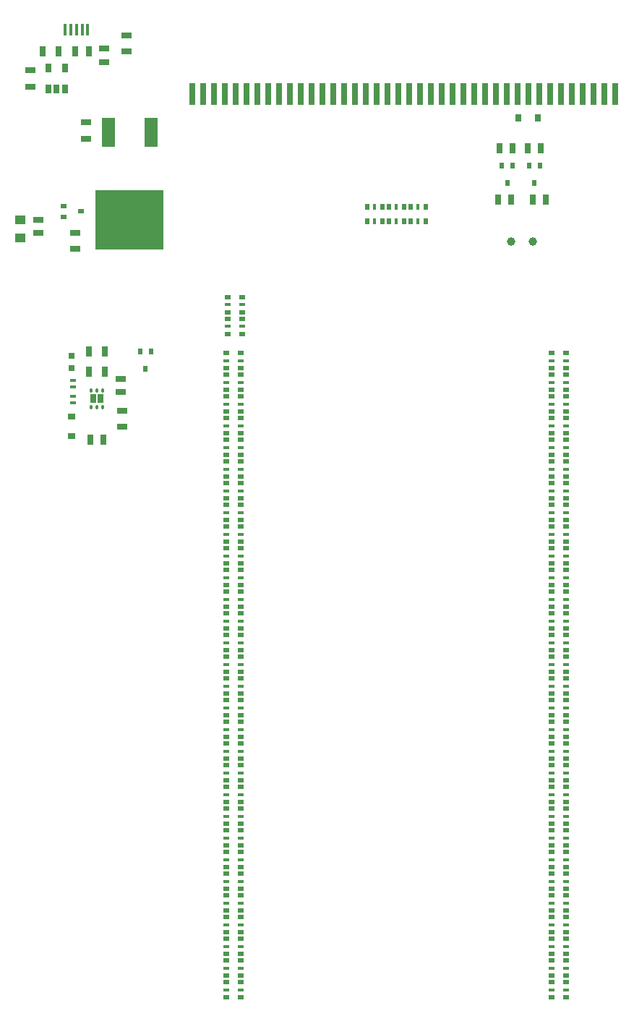
<source format=gtp>
G04*
G04 #@! TF.GenerationSoftware,Altium Limited,Altium Designer,21.7.2 (23)*
G04*
G04 Layer_Color=8421504*
%FSLAX44Y44*%
%MOMM*%
G71*
G04*
G04 #@! TF.SameCoordinates,2D43C529-5F5C-4530-9EA0-3B9ACAEA384B*
G04*
G04*
G04 #@! TF.FilePolarity,Positive*
G04*
G01*
G75*
G04:AMPARAMS|DCode=15|XSize=1mm|YSize=0.7mm|CornerRadius=0.049mm|HoleSize=0mm|Usage=FLASHONLY|Rotation=90.000|XOffset=0mm|YOffset=0mm|HoleType=Round|Shape=RoundedRectangle|*
%AMROUNDEDRECTD15*
21,1,1.0000,0.6020,0,0,90.0*
21,1,0.9020,0.7000,0,0,90.0*
1,1,0.0980,0.3010,0.4510*
1,1,0.0980,0.3010,-0.4510*
1,1,0.0980,-0.3010,-0.4510*
1,1,0.0980,-0.3010,0.4510*
%
%ADD15ROUNDEDRECTD15*%
%ADD16R,0.4000X1.3500*%
%ADD17R,0.8000X2.5000*%
%ADD18R,0.5000X0.7000*%
%ADD19R,0.8000X0.9000*%
%ADD20R,0.7000X1.3000*%
%ADD21R,0.8000X0.5000*%
%ADD22R,0.8000X0.3000*%
%ADD23C,1.0000*%
%ADD24R,0.9000X0.8000*%
%ADD25R,0.8000X1.2500*%
%ADD26R,1.3000X0.7000*%
G04:AMPARAMS|DCode=27|XSize=0.3mm|YSize=0.45mm|CornerRadius=0.0495mm|HoleSize=0mm|Usage=FLASHONLY|Rotation=180.000|XOffset=0mm|YOffset=0mm|HoleType=Round|Shape=RoundedRectangle|*
%AMROUNDEDRECTD27*
21,1,0.3000,0.3510,0,0,180.0*
21,1,0.2010,0.4500,0,0,180.0*
1,1,0.0990,-0.1005,0.1755*
1,1,0.0990,0.1005,0.1755*
1,1,0.0990,0.1005,-0.1755*
1,1,0.0990,-0.1005,-0.1755*
%
%ADD27ROUNDEDRECTD27*%
%ADD28R,0.7000X0.7500*%
%ADD29R,0.7000X0.4000*%
%ADD30R,1.2500X0.8000*%
%ADD31R,0.5000X0.8000*%
%ADD32R,0.3000X0.8000*%
%ADD33R,0.7000X0.5000*%
%ADD34R,1.2000X1.1000*%
%ADD35R,1.6000X3.5000*%
%ADD36R,8.0000X7.0000*%
%ADD37R,0.7000X1.0000*%
D15*
X114882Y761794D02*
D03*
X123882D02*
D03*
D16*
X108400Y1193800D02*
D03*
X101900D02*
D03*
X95400D02*
D03*
X88900D02*
D03*
X82400D02*
D03*
D17*
X726440Y1118870D02*
D03*
X713740D02*
D03*
X701040D02*
D03*
X688340D02*
D03*
X675640D02*
D03*
X662940D02*
D03*
X650240D02*
D03*
X637540D02*
D03*
X624840D02*
D03*
X612140D02*
D03*
X599440D02*
D03*
X586740D02*
D03*
X574040D02*
D03*
X561340D02*
D03*
X548640D02*
D03*
X535940D02*
D03*
X523240D02*
D03*
X510540D02*
D03*
X497840D02*
D03*
X485140D02*
D03*
X472440D02*
D03*
X459740D02*
D03*
X447040D02*
D03*
X434340D02*
D03*
X421640D02*
D03*
X408940D02*
D03*
X396240D02*
D03*
X383540D02*
D03*
X370840D02*
D03*
X358140D02*
D03*
X345440D02*
D03*
X332740D02*
D03*
X320040D02*
D03*
X307340D02*
D03*
X294640D02*
D03*
X281940D02*
D03*
X269240D02*
D03*
X256540D02*
D03*
X243840D02*
D03*
X231140D02*
D03*
D18*
X176316Y797282D02*
D03*
X182666Y817602D02*
D03*
X169966D02*
D03*
X625348Y1035050D02*
D03*
X638048D02*
D03*
X631698Y1014730D02*
D03*
X593598Y1034542D02*
D03*
X606298D02*
D03*
X599948Y1014222D02*
D03*
D19*
X612448Y1090676D02*
D03*
X635448D02*
D03*
D20*
X623948Y1054732D02*
D03*
X639448D02*
D03*
X590928Y1054862D02*
D03*
X606428D02*
D03*
X629790Y994664D02*
D03*
X645290D02*
D03*
X604650D02*
D03*
X589150D02*
D03*
X127132Y713850D02*
D03*
X111632D02*
D03*
X94104Y1168908D02*
D03*
X109604D02*
D03*
D21*
X668900Y78850D02*
D03*
Y60850D02*
D03*
X651900D02*
D03*
Y78850D02*
D03*
X668900Y815450D02*
D03*
Y797450D02*
D03*
X651900D02*
D03*
Y815450D02*
D03*
X289424Y880850D02*
D03*
Y862850D02*
D03*
X272424D02*
D03*
Y880850D02*
D03*
X289424Y855450D02*
D03*
Y837450D02*
D03*
X272424D02*
D03*
Y855450D02*
D03*
X287900Y815450D02*
D03*
Y797450D02*
D03*
X270900D02*
D03*
Y815450D02*
D03*
X287900Y78850D02*
D03*
Y60850D02*
D03*
X270900D02*
D03*
Y78850D02*
D03*
X651900Y459850D02*
D03*
Y441850D02*
D03*
X668900D02*
D03*
Y459850D02*
D03*
X651900Y485250D02*
D03*
Y467250D02*
D03*
X668900D02*
D03*
Y485250D02*
D03*
X651900Y510650D02*
D03*
Y492650D02*
D03*
X668900D02*
D03*
Y510650D02*
D03*
X651900Y536050D02*
D03*
Y518050D02*
D03*
X668900D02*
D03*
Y536050D02*
D03*
X651900Y561450D02*
D03*
Y543450D02*
D03*
X668900D02*
D03*
Y561450D02*
D03*
X651900Y586850D02*
D03*
Y568850D02*
D03*
X668900D02*
D03*
Y586850D02*
D03*
X651900Y612250D02*
D03*
Y594250D02*
D03*
X668900D02*
D03*
Y612250D02*
D03*
X651900Y637650D02*
D03*
Y619650D02*
D03*
X668900D02*
D03*
Y637650D02*
D03*
X651900Y663050D02*
D03*
Y645050D02*
D03*
X668900D02*
D03*
Y663050D02*
D03*
X651900Y688450D02*
D03*
Y670450D02*
D03*
X668900D02*
D03*
Y688450D02*
D03*
X651900Y713850D02*
D03*
Y695850D02*
D03*
X668900D02*
D03*
Y713850D02*
D03*
X651900Y739250D02*
D03*
Y721250D02*
D03*
X668900D02*
D03*
Y739250D02*
D03*
X651900Y764650D02*
D03*
Y746650D02*
D03*
X668900D02*
D03*
Y764650D02*
D03*
X651900Y790050D02*
D03*
Y772050D02*
D03*
X668900D02*
D03*
Y790050D02*
D03*
X651900Y434450D02*
D03*
Y416450D02*
D03*
X668900D02*
D03*
Y434450D02*
D03*
X651900Y409050D02*
D03*
Y391050D02*
D03*
X668900D02*
D03*
Y409050D02*
D03*
X651900Y383650D02*
D03*
Y365650D02*
D03*
X668900D02*
D03*
Y383650D02*
D03*
X651900Y358250D02*
D03*
Y340250D02*
D03*
X668900D02*
D03*
Y358250D02*
D03*
X651900Y332850D02*
D03*
Y314850D02*
D03*
X668900D02*
D03*
Y332850D02*
D03*
X651900Y307450D02*
D03*
Y289450D02*
D03*
X668900D02*
D03*
Y307450D02*
D03*
X651900Y282050D02*
D03*
Y264050D02*
D03*
X668900D02*
D03*
Y282050D02*
D03*
X651900Y256650D02*
D03*
Y238650D02*
D03*
X668900D02*
D03*
Y256650D02*
D03*
X651900Y231250D02*
D03*
Y213250D02*
D03*
X668900D02*
D03*
Y231250D02*
D03*
X651900Y205850D02*
D03*
Y187850D02*
D03*
X668900D02*
D03*
Y205850D02*
D03*
X651900Y180450D02*
D03*
Y162450D02*
D03*
X668900D02*
D03*
Y180450D02*
D03*
X651900Y155050D02*
D03*
Y137050D02*
D03*
X668900D02*
D03*
Y155050D02*
D03*
X651900Y129650D02*
D03*
Y111650D02*
D03*
X668900D02*
D03*
Y129650D02*
D03*
X651900Y104250D02*
D03*
Y86250D02*
D03*
X668900D02*
D03*
Y104250D02*
D03*
X270900Y434450D02*
D03*
Y416450D02*
D03*
X287900D02*
D03*
Y434450D02*
D03*
X270900Y409050D02*
D03*
Y391050D02*
D03*
X287900D02*
D03*
Y409050D02*
D03*
X270900Y383650D02*
D03*
Y365650D02*
D03*
X287900D02*
D03*
Y383650D02*
D03*
X270900Y358250D02*
D03*
Y340250D02*
D03*
X287900D02*
D03*
Y358250D02*
D03*
X270900Y332850D02*
D03*
Y314850D02*
D03*
X287900D02*
D03*
Y332850D02*
D03*
X270900Y307450D02*
D03*
Y289450D02*
D03*
X287900D02*
D03*
Y307450D02*
D03*
X270900Y282050D02*
D03*
Y264050D02*
D03*
X287900D02*
D03*
Y282050D02*
D03*
X270900Y256650D02*
D03*
Y238650D02*
D03*
X287900D02*
D03*
Y256650D02*
D03*
X270900Y231250D02*
D03*
Y213250D02*
D03*
X287900D02*
D03*
Y231250D02*
D03*
X270900Y205850D02*
D03*
Y187850D02*
D03*
X287900D02*
D03*
Y205850D02*
D03*
X270900Y180450D02*
D03*
Y162450D02*
D03*
X287900D02*
D03*
Y180450D02*
D03*
X270900Y155050D02*
D03*
Y137050D02*
D03*
X287900D02*
D03*
Y155050D02*
D03*
X270900Y129650D02*
D03*
Y111650D02*
D03*
X287900D02*
D03*
Y129650D02*
D03*
X270900Y104250D02*
D03*
Y86250D02*
D03*
X287900D02*
D03*
Y104250D02*
D03*
X270900Y459850D02*
D03*
Y441850D02*
D03*
X287900D02*
D03*
Y459850D02*
D03*
X270900Y485250D02*
D03*
Y467250D02*
D03*
X287900D02*
D03*
Y485250D02*
D03*
X270900Y510650D02*
D03*
Y492650D02*
D03*
X287900D02*
D03*
Y510650D02*
D03*
X270900Y536050D02*
D03*
Y518050D02*
D03*
X287900D02*
D03*
Y536050D02*
D03*
X270900Y561450D02*
D03*
Y543450D02*
D03*
X287900D02*
D03*
Y561450D02*
D03*
X270900Y586850D02*
D03*
Y568850D02*
D03*
X287900D02*
D03*
Y586850D02*
D03*
X270900Y612250D02*
D03*
Y594250D02*
D03*
X287900D02*
D03*
Y612250D02*
D03*
X270900Y637650D02*
D03*
Y619650D02*
D03*
X287900D02*
D03*
Y637650D02*
D03*
X270900Y663050D02*
D03*
Y645050D02*
D03*
X287900D02*
D03*
Y663050D02*
D03*
X270900Y688450D02*
D03*
Y670450D02*
D03*
X287900D02*
D03*
Y688450D02*
D03*
X270900Y713850D02*
D03*
Y695850D02*
D03*
X287900D02*
D03*
Y713850D02*
D03*
X270900Y739250D02*
D03*
Y721250D02*
D03*
X287900D02*
D03*
Y739250D02*
D03*
X270900Y764650D02*
D03*
Y746650D02*
D03*
X287900D02*
D03*
Y764650D02*
D03*
X270900Y790050D02*
D03*
Y772050D02*
D03*
X287900D02*
D03*
Y790050D02*
D03*
D22*
X668900Y69850D02*
D03*
X651900D02*
D03*
X668900Y806450D02*
D03*
X651900D02*
D03*
X289424Y871850D02*
D03*
X272424D02*
D03*
X289424Y846450D02*
D03*
X272424D02*
D03*
X287900Y806450D02*
D03*
X270900D02*
D03*
X287900Y69850D02*
D03*
X270900D02*
D03*
X651900Y450850D02*
D03*
X668900D02*
D03*
X651900Y476250D02*
D03*
X668900D02*
D03*
X651900Y501650D02*
D03*
X668900D02*
D03*
X651900Y527050D02*
D03*
X668900D02*
D03*
X651900Y552450D02*
D03*
X668900D02*
D03*
X651900Y577850D02*
D03*
X668900D02*
D03*
X651900Y603250D02*
D03*
X668900D02*
D03*
X651900Y628650D02*
D03*
X668900D02*
D03*
X651900Y654050D02*
D03*
X668900D02*
D03*
X651900Y679450D02*
D03*
X668900D02*
D03*
X651900Y704850D02*
D03*
X668900D02*
D03*
X651900Y730250D02*
D03*
X668900D02*
D03*
X651900Y755650D02*
D03*
X668900D02*
D03*
X651900Y781050D02*
D03*
X668900D02*
D03*
X651900Y425450D02*
D03*
X668900D02*
D03*
X651900Y400050D02*
D03*
X668900D02*
D03*
X651900Y374650D02*
D03*
X668900D02*
D03*
X651900Y349250D02*
D03*
X668900D02*
D03*
X651900Y323850D02*
D03*
X668900D02*
D03*
X651900Y298450D02*
D03*
X668900D02*
D03*
X651900Y273050D02*
D03*
X668900D02*
D03*
X651900Y247650D02*
D03*
X668900D02*
D03*
X651900Y222250D02*
D03*
X668900D02*
D03*
X651900Y196850D02*
D03*
X668900D02*
D03*
X651900Y171450D02*
D03*
X668900D02*
D03*
X651900Y146050D02*
D03*
X668900D02*
D03*
X651900Y120650D02*
D03*
X668900D02*
D03*
X651900Y95250D02*
D03*
X668900D02*
D03*
X270900Y425450D02*
D03*
X287900D02*
D03*
X270900Y400050D02*
D03*
X287900D02*
D03*
X270900Y374650D02*
D03*
X287900D02*
D03*
X270900Y349250D02*
D03*
X287900D02*
D03*
X270900Y323850D02*
D03*
X287900D02*
D03*
X270900Y298450D02*
D03*
X287900D02*
D03*
X270900Y273050D02*
D03*
X287900D02*
D03*
X270900Y247650D02*
D03*
X287900D02*
D03*
X270900Y222250D02*
D03*
X287900D02*
D03*
X270900Y196850D02*
D03*
X287900D02*
D03*
X270900Y171450D02*
D03*
X287900D02*
D03*
X270900Y146050D02*
D03*
X287900D02*
D03*
X270900Y120650D02*
D03*
X287900D02*
D03*
X270900Y95250D02*
D03*
X287900D02*
D03*
X270900Y450850D02*
D03*
X287900D02*
D03*
X270900Y476250D02*
D03*
X287900D02*
D03*
X270900Y501650D02*
D03*
X287900D02*
D03*
X270900Y527050D02*
D03*
X287900D02*
D03*
X270900Y552450D02*
D03*
X287900D02*
D03*
X270900Y577850D02*
D03*
X287900D02*
D03*
X270900Y603250D02*
D03*
X287900D02*
D03*
X270900Y628650D02*
D03*
X287900D02*
D03*
X270900Y654050D02*
D03*
X287900D02*
D03*
X270900Y679450D02*
D03*
X287900D02*
D03*
X270900Y704850D02*
D03*
X287900D02*
D03*
X270900Y730250D02*
D03*
X287900D02*
D03*
X270900Y755650D02*
D03*
X287900D02*
D03*
X270900Y781050D02*
D03*
X287900D02*
D03*
D23*
X629790Y945642D02*
D03*
X604650D02*
D03*
D24*
X89916Y718012D02*
D03*
Y741012D02*
D03*
D25*
X109882Y817442D02*
D03*
X128882D02*
D03*
X109882Y793892D02*
D03*
X128882D02*
D03*
X74524Y1168908D02*
D03*
X55524D02*
D03*
D26*
X147574Y769490D02*
D03*
Y784990D02*
D03*
X50800Y956180D02*
D03*
Y971680D02*
D03*
X127508Y1171578D02*
D03*
Y1156078D02*
D03*
D27*
X112882Y752044D02*
D03*
X119382D02*
D03*
X125882D02*
D03*
Y771544D02*
D03*
X119382D02*
D03*
X112882D02*
D03*
D28*
X89916Y797678D02*
D03*
Y812178D02*
D03*
D29*
X91062Y783080D02*
D03*
Y776080D02*
D03*
X91527Y757395D02*
D03*
Y764395D02*
D03*
D30*
X148635Y728864D02*
D03*
Y747864D02*
D03*
X93472Y956158D02*
D03*
Y937158D02*
D03*
X106934Y1085292D02*
D03*
Y1066292D02*
D03*
X41402Y1127404D02*
D03*
Y1146404D02*
D03*
X153670Y1168552D02*
D03*
Y1187552D02*
D03*
D31*
X486300Y986400D02*
D03*
X504300D02*
D03*
Y969400D02*
D03*
X486300D02*
D03*
X460900Y986400D02*
D03*
X478900D02*
D03*
Y969400D02*
D03*
X460900D02*
D03*
X435500Y986400D02*
D03*
X453500D02*
D03*
Y969400D02*
D03*
X435500D02*
D03*
D32*
X495300Y986400D02*
D03*
Y969400D02*
D03*
X469900Y986400D02*
D03*
Y969400D02*
D03*
X444500Y986400D02*
D03*
Y969400D02*
D03*
D33*
X80518Y974852D02*
D03*
Y987552D02*
D03*
X100838Y981202D02*
D03*
D34*
X29464Y970874D02*
D03*
Y949874D02*
D03*
D35*
X182734Y1074104D02*
D03*
X132734D02*
D03*
D36*
X157734Y971104D02*
D03*
D37*
X62636Y1124904D02*
D03*
X72136D02*
D03*
X81636D02*
D03*
X62636Y1148904D02*
D03*
X81636D02*
D03*
M02*

</source>
